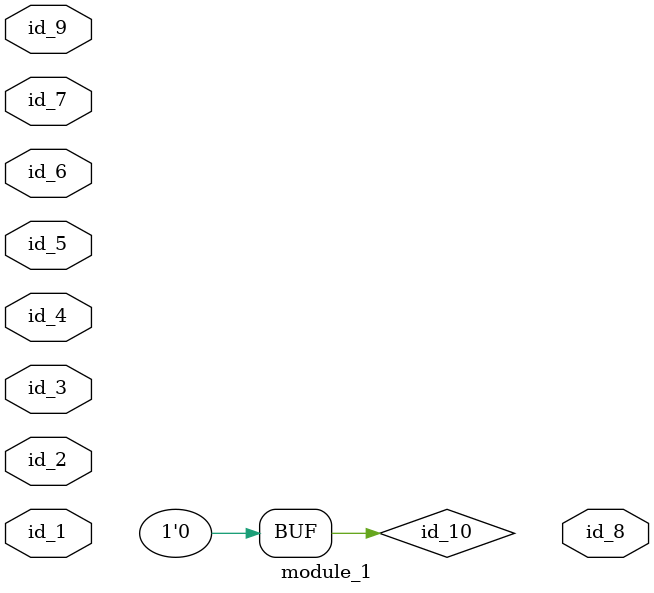
<source format=v>
module module_0 ();
  wire id_2;
endmodule
module module_1 (
    id_1,
    id_2,
    id_3,
    id_4,
    id_5,
    id_6,
    id_7,
    id_8,
    id_9
);
  input wire id_9;
  output wire id_8;
  inout wire id_7;
  inout wire id_6;
  inout wire id_5;
  inout wire id_4;
  input wire id_3;
  inout wire id_2;
  input wire id_1;
  wire id_10;
  wire id_11, id_12, id_13, id_14, id_15;
  assign id_10 = 1'b0 & id_9[1];
  wire id_16;
  module_0 modCall_1 ();
endmodule

</source>
